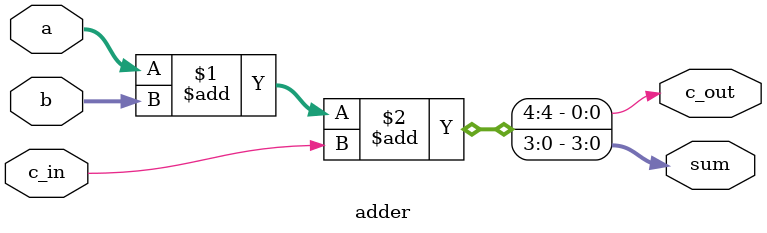
<source format=v>
module adder (  input [3:0] a,  
                  input [3:0] b,  
                  input c_in,  
                  output c_out,  
                  output [3:0] sum);  
  
   assign {c_out, sum} = a + b + c_in;  
endmodule  
</source>
